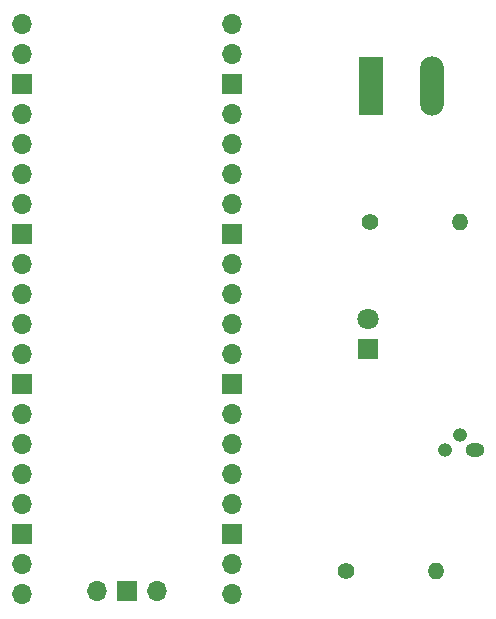
<source format=gbr>
%TF.GenerationSoftware,KiCad,Pcbnew,8.0.0*%
%TF.CreationDate,2024-03-28T11:28:22-03:00*%
%TF.ProjectId,POND_MOD05SEM06,504f4e44-5f4d-44f4-9430-3553454d3036,rev?*%
%TF.SameCoordinates,Original*%
%TF.FileFunction,Copper,L2,Bot*%
%TF.FilePolarity,Positive*%
%FSLAX46Y46*%
G04 Gerber Fmt 4.6, Leading zero omitted, Abs format (unit mm)*
G04 Created by KiCad (PCBNEW 8.0.0) date 2024-03-28 11:28:22*
%MOMM*%
%LPD*%
G01*
G04 APERTURE LIST*
%TA.AperFunction,ComponentPad*%
%ADD10R,2.020000X5.020000*%
%TD*%
%TA.AperFunction,ComponentPad*%
%ADD11O,2.020000X5.020000*%
%TD*%
%TA.AperFunction,ComponentPad*%
%ADD12C,1.400000*%
%TD*%
%TA.AperFunction,ComponentPad*%
%ADD13O,1.400000X1.400000*%
%TD*%
%TA.AperFunction,ComponentPad*%
%ADD14R,1.800000X1.800000*%
%TD*%
%TA.AperFunction,ComponentPad*%
%ADD15C,1.800000*%
%TD*%
%TA.AperFunction,ComponentPad*%
%ADD16O,1.700000X1.700000*%
%TD*%
%TA.AperFunction,ComponentPad*%
%ADD17R,1.700000X1.700000*%
%TD*%
%TA.AperFunction,ComponentPad*%
%ADD18O,1.600000X1.200000*%
%TD*%
%TA.AperFunction,ComponentPad*%
%ADD19O,1.200000X1.200000*%
%TD*%
G04 APERTURE END LIST*
D10*
%TO.P,J1,1*%
%TO.N,VCC*%
X117790000Y-49000000D03*
D11*
%TO.P,J1,2*%
%TO.N,GND*%
X122970000Y-49000000D03*
%TD*%
D12*
%TO.P,R1,1*%
%TO.N,VCC*%
X117690000Y-60500000D03*
D13*
%TO.P,R1,2*%
%TO.N,Net-(D1-A)*%
X125310000Y-60500000D03*
%TD*%
D14*
%TO.P,D1,1,K*%
%TO.N,Net-(D1-K)*%
X117550000Y-71250000D03*
D15*
%TO.P,D1,2,A*%
%TO.N,Net-(D1-A)*%
X117550000Y-68710000D03*
%TD*%
D13*
%TO.P,R2,2*%
%TO.N,Net-(Q1-B)*%
X123310000Y-90000000D03*
D12*
%TO.P,R2,1*%
%TO.N,Net-(U1-GPIO19)*%
X115690000Y-90000000D03*
%TD*%
D16*
%TO.P,U1,1,GPIO0*%
%TO.N,unconnected-(U1-GPIO0-Pad1)*%
X88255552Y-43735552D03*
%TO.P,U1,2,GPIO1*%
%TO.N,unconnected-(U1-GPIO1-Pad2)*%
X88255552Y-46275552D03*
D17*
%TO.P,U1,3,GND*%
%TO.N,GND*%
X88255552Y-48815552D03*
D16*
%TO.P,U1,4,GPIO2*%
%TO.N,unconnected-(U1-GPIO2-Pad4)*%
X88255552Y-51355552D03*
%TO.P,U1,5,GPIO3*%
%TO.N,unconnected-(U1-GPIO3-Pad5)*%
X88255552Y-53895552D03*
%TO.P,U1,6,GPIO4*%
%TO.N,unconnected-(U1-GPIO4-Pad6)*%
X88255552Y-56435552D03*
%TO.P,U1,7,GPIO5*%
%TO.N,unconnected-(U1-GPIO5-Pad7)*%
X88255552Y-58975552D03*
D17*
%TO.P,U1,8,GND*%
%TO.N,unconnected-(U1-GND-Pad8)*%
X88255552Y-61515552D03*
D16*
%TO.P,U1,9,GPIO6*%
%TO.N,unconnected-(U1-GPIO6-Pad9)*%
X88255552Y-64055552D03*
%TO.P,U1,10,GPIO7*%
%TO.N,unconnected-(U1-GPIO7-Pad10)*%
X88255552Y-66595552D03*
%TO.P,U1,11,GPIO8*%
%TO.N,unconnected-(U1-GPIO8-Pad11)*%
X88255552Y-69135552D03*
%TO.P,U1,12,GPIO9*%
%TO.N,unconnected-(U1-GPIO9-Pad12)*%
X88255552Y-71675552D03*
D17*
%TO.P,U1,13,GND*%
%TO.N,unconnected-(U1-GND-Pad13)*%
X88255552Y-74215552D03*
D16*
%TO.P,U1,14,GPIO10*%
%TO.N,unconnected-(U1-GPIO10-Pad14)*%
X88255552Y-76755552D03*
%TO.P,U1,15,GPIO11*%
%TO.N,unconnected-(U1-GPIO11-Pad15)*%
X88255552Y-79295552D03*
%TO.P,U1,16,GPIO12*%
%TO.N,unconnected-(U1-GPIO12-Pad16)*%
X88255552Y-81835552D03*
%TO.P,U1,17,GPIO13*%
%TO.N,unconnected-(U1-GPIO13-Pad17)*%
X88255552Y-84375552D03*
D17*
%TO.P,U1,18,GND*%
%TO.N,unconnected-(U1-GND-Pad18)*%
X88255552Y-86915552D03*
D16*
%TO.P,U1,19,GPIO14*%
%TO.N,unconnected-(U1-GPIO14-Pad19)*%
X88255552Y-89455552D03*
%TO.P,U1,20,GPIO15*%
%TO.N,unconnected-(U1-GPIO15-Pad20)*%
X88255552Y-91995552D03*
%TO.P,U1,21,GPIO16*%
%TO.N,unconnected-(U1-GPIO16-Pad21)*%
X106035552Y-91995552D03*
%TO.P,U1,22,GPIO17*%
%TO.N,unconnected-(U1-GPIO17-Pad22)*%
X106035552Y-89455552D03*
D17*
%TO.P,U1,23,GND*%
%TO.N,unconnected-(U1-GND-Pad23)*%
X106035552Y-86915552D03*
D16*
%TO.P,U1,24,GPIO18*%
%TO.N,unconnected-(U1-GPIO18-Pad24)*%
X106035552Y-84375552D03*
%TO.P,U1,25,GPIO19*%
%TO.N,Net-(U1-GPIO19)*%
X106035552Y-81835552D03*
%TO.P,U1,26,GPIO20*%
%TO.N,unconnected-(U1-GPIO20-Pad26)*%
X106035552Y-79295552D03*
%TO.P,U1,27,GPIO21*%
%TO.N,unconnected-(U1-GPIO21-Pad27)*%
X106035552Y-76755552D03*
D17*
%TO.P,U1,28,GND*%
%TO.N,unconnected-(U1-GND-Pad28)*%
X106035552Y-74215552D03*
D16*
%TO.P,U1,29,GPIO22*%
%TO.N,unconnected-(U1-GPIO22-Pad29)*%
X106035552Y-71675552D03*
%TO.P,U1,30,RUN*%
%TO.N,unconnected-(U1-RUN-Pad30)*%
X106035552Y-69135552D03*
%TO.P,U1,31,GPIO26_ADC0*%
%TO.N,unconnected-(U1-GPIO26_ADC0-Pad31)*%
X106035552Y-66595552D03*
%TO.P,U1,32,GPIO27_ADC1*%
%TO.N,unconnected-(U1-GPIO27_ADC1-Pad32)*%
X106035552Y-64055552D03*
D17*
%TO.P,U1,33,AGND*%
%TO.N,unconnected-(U1-AGND-Pad33)*%
X106035552Y-61515552D03*
D16*
%TO.P,U1,34,GPIO28_ADC2*%
%TO.N,unconnected-(U1-GPIO28_ADC2-Pad34)*%
X106035552Y-58975552D03*
%TO.P,U1,35,ADC_VREF*%
%TO.N,unconnected-(U1-ADC_VREF-Pad35)*%
X106035552Y-56435552D03*
%TO.P,U1,36,3V3*%
%TO.N,unconnected-(U1-3V3-Pad36)*%
X106035552Y-53895552D03*
%TO.P,U1,37,3V3_EN*%
%TO.N,unconnected-(U1-3V3_EN-Pad37)*%
X106035552Y-51355552D03*
D17*
%TO.P,U1,38,GND*%
%TO.N,unconnected-(U1-GND-Pad38)*%
X106035552Y-48815552D03*
D16*
%TO.P,U1,39,VSYS*%
%TO.N,VCC*%
X106035552Y-46275552D03*
%TO.P,U1,40,VBUS*%
%TO.N,unconnected-(U1-VBUS-Pad40)*%
X106035552Y-43735552D03*
%TO.P,U1,41,SWCLK*%
%TO.N,unconnected-(U1-SWCLK-Pad41)*%
X94605552Y-91765552D03*
D17*
%TO.P,U1,42,GND*%
%TO.N,unconnected-(U1-GND-Pad42)*%
X97145552Y-91765552D03*
D16*
%TO.P,U1,43,SWDIO*%
%TO.N,unconnected-(U1-SWDIO-Pad43)*%
X99685552Y-91765552D03*
%TD*%
D18*
%TO.P,Q1,1,E*%
%TO.N,GND*%
X126585276Y-79815276D03*
D19*
%TO.P,Q1,2,B*%
%TO.N,Net-(Q1-B)*%
X125315276Y-78545276D03*
%TO.P,Q1,3,C*%
%TO.N,Net-(D1-K)*%
X124045276Y-79815276D03*
%TD*%
M02*

</source>
